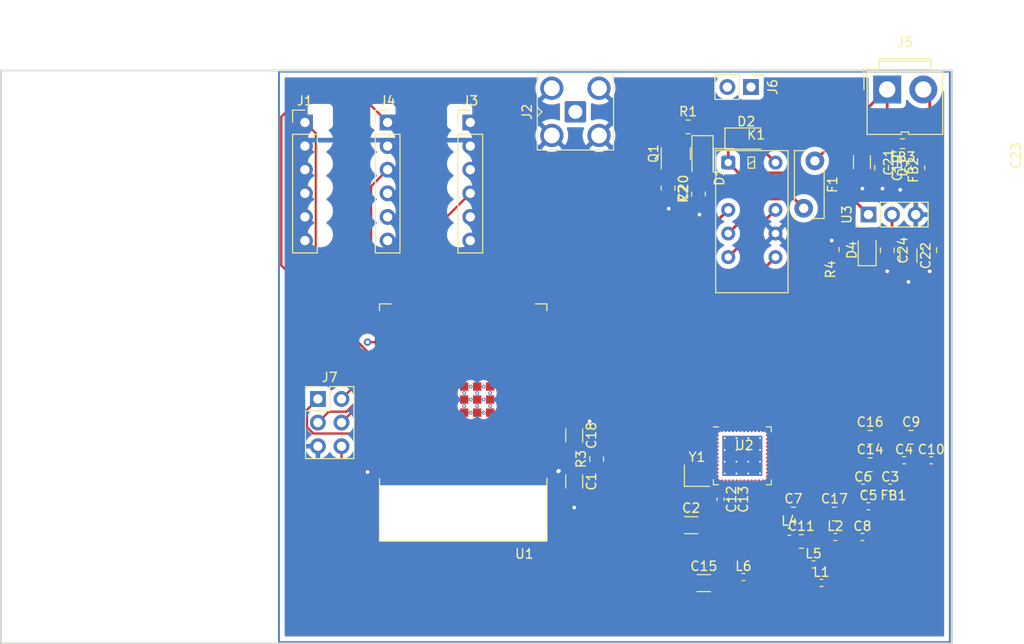
<source format=kicad_pcb>
(kicad_pcb (version 20211014) (generator pcbnew)
  (layers (0 "F.Cu" signal) (1 "In1.Cu" power) (2 "In2.Cu" signal) (31 "B.Cu" power) (34 "B.Paste" user) (35 "F.Paste" user) (36 "B.SilkS" user "B.Silkscreen") (37 "F.SilkS" user "F.Silkscreen") (38 "B.Mask" user) (39 "F.Mask" user) (44 "Edge.Cuts" user))
  (net 0 "")
  (net 1 "GND")
  (net 2 "Net-(C3-Pad1)")
  (net 3 "Net-(C3-Pad2)")
  (net 4 "Net-(C5-Pad1)")
  (net 5 "Net-(C6-Pad1)")
  (net 6 "Net-(C7-Pad1)")
  (net 7 "Net-(C8-Pad1)")
  (net 8 "Net-(C10-Pad1)")
  (net 9 "+3V3")
  (net 10 "Net-(C12-Pad1)")
  (net 11 "Net-(C13-Pad1)")
  (net 12 "VDCDC")
  (net 13 "Net-(C16-Pad1)")
  (net 14 "Net-(C18-Pad2)")
  (net 15 "Net-(C19-Pad1)")
  (net 16 "Net-(C20-Pad1)")
  (net 17 "Net-(D1-Pad1)")
  (net 18 "Net-(D2-Pad2)")
  (net 19 "Net-(D3-Pad1)")
  (net 20 "Net-(D4-Pad1)")
  (net 21 "+24V")
  (net 22 "Net-(F1-Pad2)")
  (net 23 "Net-(L6-Pad1)")
  (net 37 "/ESP32/TCK")
  (net 38 "/ESP32/TDO")
  (net 39 "/ESP32/TDI")
  (net 40 "/ESP32/TMS")
  (net 62 "Net-(U2-Pad11)")
  (net 63 "Net-(U2-Pad12)")
  (net 64 "/EFR32/RADIO_RESET")
  (net 83 "Net-(K1-Pad10)")
  (net 84 "Net-(K1-Pad3)")
  (net 85 "/ESP32/CS1")
  (net 86 "/ESP32/SCLK")
  (net 87 "/ESP32/MOSI")
  (net 88 "/ESP32/MISO")
  (net 89 "/ESP32/CS2")
  (net 90 "/ESP32/CS3")
  (net 91 "ACTUATOR_CNTRL")
  (net 92 "SCL")
  (net 93 "SDA")
  (footprint "Resistor_SMD:R_0402_1005Metric" (layer "F.Cu") (at 104.8236 73.435)
    (fp_text reference "L5")
    (fp_text value "20n")
  )
  (footprint "Resistor_SMD:R_0402_1005Metric" (layer "F.Cu") (at 107.1736 70.485)
    (fp_text reference "L2")
    (fp_text value "20n")
  )
  (footprint "Resistor_SMD:R_0805_2012Metric" (layer "F.Cu") (at 89.1794 32.9692 -90)
    (fp_text reference "C20")
    (fp_text value "33u")
  )
  (footprint "Connector_PinHeader_2.54mm:PinHeader_1x06_P2.54mm_Vertical" (layer "F.Cu") (at 67.9196 25.908)
    (fp_text reference "J3")
    (fp_text value "Conn_01x06_Female")
  )
  (footprint "Resistor_SMD:R_1206_3216Metric" (layer "F.Cu") (at 93.0316 75.44)
    (fp_text reference "C15")
    (fp_text value "10u")
  )
  (footprint "Fuse:Fuse_Bourns_MF-RG300" (layer "F.Cu") (at 104.9686 30.0382 -90)
    (fp_text reference "F1")
    (fp_text value "Fuse")
  )
  (footprint "Capacitor_SMD:C_0805_2012Metric" (layer "F.Cu") (at 81.5086 62.103 90)
    (fp_text reference "R3")
    (fp_text value "10k")
  )
  (footprint "Resistor_SMD:R_0805_2012Metric" (layer "F.Cu") (at 110.9136 62.715)
    (fp_text reference "C14")
    (fp_text value "120p")
  )
  (footprint "Connector_PinHeader_2.54mm:PinHeader_2x03_P2.54mm_Vertical" (layer "F.Cu") (at 51.5316 55.641)
    (fp_text reference "J7")
    (fp_text value "Conn_01x06_Female")
  )
  (footprint "Connector:JWT_A3963_1x02_P3.96mm_Vertical" (layer "F.Cu") (at 112.7481 22.364)
    (fp_text reference "J5")
    (fp_text value "Jack-DC")
  )
  (footprint "Capacitor_SMD:C_0805_2012Metric" (layer "F.Cu") (at 112.7506 39.6494 -90)
    (fp_text reference "C24")
    (fp_text value "100n")
  )
  (footprint "Resistor_SMD:R_0402_1005Metric" (layer "F.Cu") (at 102.2316 69.92)
    (fp_text reference "L4")
    (fp_text value "20n")
  )
  (footprint "Resistor_SMD:R_0402_1005Metric" (layer "F.Cu") (at 105.6736 75.425)
    (fp_text reference "L1")
    (fp_text value "82n")
  )
  (footprint "Resistor_SMD:R_0805_2012Metric" (layer "F.Cu") (at 91.3384 26.3906)
    (fp_text reference "R1")
    (fp_text value "47k")
  )
  (footprint "Capacitor_SMD:C_1206_3216Metric" (layer "F.Cu") (at 115.0366 40.2336 -90)
    (fp_text reference "C22")
    (fp_text value "22u")
  )
  (footprint "Package_TO_SOT_SMD:SOT-23" (layer "F.Cu") (at 90.0176 29.2585 90)
    (fp_text reference "Q1")
    (fp_text value "PN2222A")
  )
  (footprint "Capacitor_SMD:C_0805_2012Metric" (layer "F.Cu") (at 112.1452 30.7848 -90)
    (fp_text reference "C19")
    (fp_text value "1u")
  )
  (footprint "Resistor_SMD:R_0805_2012Metric" (layer "F.Cu") (at 103.5136 70.965)
    (fp_text reference "C11")
    (fp_text value "1u")
  )
  (footprint "Connector_Coaxial:SMA_Amphenol_901-143_Horizontal" (layer "F.Cu") (at 79.2226 24.765)
    (fp_text reference "J2")
    (fp_text value "Conn_Coaxial")
    (fp_line (start 4.3 -4.5) (end -4.3 -4.5) (layer "Edge.Cuts") (width 0.1))
  )
  (footprint "Resistor_SMD:R_0402_1005Metric" (layer "F.Cu") (at 114.5736 62.235)
    (fp_text reference "C4")
    (fp_text value "1p5")
  )
  (footprint "Connector_PinHeader_2.54mm:PinHeader_1x02_P2.54mm_Vertical" (layer "F.Cu") (at 98.0998 22.098 -90)
    (fp_text reference "J6")
    (fp_text value "Conn_01x02_Female")
  )
  (footprint "Resistor_SMD:R_0402_1005Metric" (layer "F.Cu") (at 96.1036 66.425 -90)
    (fp_text reference "C13")
    (fp_text value "1p5")
  )
  (footprint "Relay_THT:Relay_DPDT_Kemet_EC2" (layer "F.Cu") (at 95.6564 30.226)
    (fp_text reference "K1")
    (fp_text value "EC2-3NU")
  )
  (footprint "Resistor_SMD:R_0805_2012Metric" (layer "F.Cu") (at 102.6636 68.015)
    (fp_text reference "C7")
    (fp_text value "100n")
  )
  (footprint "Resistor_SMD:R_0402_1005Metric" (layer "F.Cu") (at 117.4836 62.235)
    (fp_text reference "C10")
    (fp_text value "1p5")
  )
  (footprint "Resistor_SMD:R_0805_2012Metric" (layer "F.Cu") (at 108.3056 39.5732 90)
    (fp_text reference "R4")
    (fp_text value "R")
  )
  (footprint "Capacitor_SMD:C_1206_3216Metric" (layer "F.Cu") (at 79.0956 64.516 -90)
    (fp_text reference "C1")
    (fp_text value "22u")
  )
  (footprint "Resistor_SMD:R_0402_1005Metric" (layer "F.Cu") (at 110.0836 70.485)
    (fp_text reference "C8")
    (fp_text value "1p5")
  )
  (footprint "Crystal:Crystal_SMD_2016-4Pin_2.0x1.6mm" (layer "F.Cu") (at 92.2936 63.885)
    (fp_text reference "Y1")
    (fp_text value "39MHz")
  )
  (footprint "Connector_PinHeader_2.54mm:PinHeader_1x06_P2.54mm_Vertical" (layer "F.Cu") (at 59.0296 25.908)
    (fp_text reference "J4")
    (fp_text value "Conn_01x06_Female")
  )
  (footprint "LED_SMD:LED_0805_2012Metric" (layer "F.Cu") (at 110.5916 39.624 90)
    (fp_text reference "D4")
    (fp_text value "LED")
  )
  (footprint "Connector_PinHeader_2.54mm:PinHeader_1x06_P2.54mm_Vertical" (layer "F.Cu") (at 50.1396 25.908)
    (fp_text reference "J1")
    (fp_text value "Conn_01x06_Female")
  )
  (footprint "Capacitor_SMD:C_1206_3216Metric" (layer "F.Cu") (at 91.6686 69.215)
    (fp_text reference "C2")
    (fp_text value "0.1u")
  )
  (footprint "Diode_SMD:D_1206_3216Metric" (layer "F.Cu") (at 97.5868 27.6352)
    (fp_text reference "D2")
    (fp_text value "1N4148")
  )
  (footprint "Capacitor_SMD:C_1206_3216Metric" (layer "F.Cu") (at 110.0328 30.1752 -90)
    (fp_text reference "C21")
    (fp_text value "10u")
  )
  (footprint "Resistor_SMD:R_0402_1005Metric" (layer "F.Cu") (at 110.1636 65.185)
    (fp_text reference "C6")
    (fp_text value "1p5")
  )
  (footprint "Diode_SMD:D_1206_3216Metric" (layer "F.Cu") (at 92.8878 29.6164 -90)
    (fp_text reference "D1")
    (fp_text value "1N4148")
  )
  (footprint "Resistor_SMD:R_0603_1608Metric" (layer "F.Cu") (at 114.4016 28.194 180)
    (fp_text reference "FB3")
    (fp_text value "FerriteBead")
  )
  (footprint "ESP32-S3-footprint:XCVR_ESP32-S3-WROOM-1-N16R2" (layer "F.Cu") (at 67.1576 58.166 180)
    (fp_text reference "U1")
    (fp_text value "ESP32")
  )
  (footprint "Capacitor_SMD:C_1206_3216Metric" (layer "F.Cu") (at 79.0956 59.563 -90)
    (fp_text reference "C18")
    (fp_text value "100n")
  )
  (footprint "Connector_PinHeader_2.54mm:PinHeader_1x03_P2.54mm_Vertical" (layer "F.Cu") (at 110.7336 35.814 90)
    (fp_text reference "U3")
    (fp_text value "P78E05_1000")
  )
  (footprint "Resistor_SMD:R_0805_2012Metric" (layer "F.Cu") (at 115.3236 59.765)
    (fp_text reference "C9")
    (fp_text value "120p")
  )
  (footprint "Resistor_SMD:R_0402_1005Metric" (layer "F.Cu") (at 94.8336 66.425 -90)
    (fp_text reference "C12")
    (fp_text value "1p5")
  )
  (footprint "Resistor_SMD:R_0805_2012Metric" (layer "F.Cu") (at 110.9136 59.765)
    (fp_text reference "C16")
    (fp_text value "1u")
  )
  (footprint "Resistor_SMD:R_0402_1005Metric" (layer "F.Cu") (at 97.2916 74.79)
    (fp_text reference "L6")
    (fp_text value "2u2")
  )
  (footprint "Resistor_SMD:R_0805_2012Metric" (layer "F.Cu") (at 116.0526 30.7848 90)
    (fp_text reference "D3")
    (fp_text value "D_TVS")
  )
  (footprint "Resistor_SMD:R_0805_2012Metric" (layer "F.Cu") (at 107.0736 68.015)
    (fp_text reference "C17")
    (fp_text value "4u7")
  )
  (footprint "Resistor_SMD:R_0402_1005Metric" (layer "F.Cu") (at 110.7336 67.175)
    (fp_text reference "C5")
    (fp_text value "1u")
  )
  (footprint "EFR32:EFR32FG23A020F512GM48-B" (layer "F.Cu") (at 97.3836 61.12)
    (fp_text reference "U2")
    (fp_text value "EFR32FG23A020F512GM48-B_")
  )
  (footprint "Resistor_SMD:R_0603_1608Metric" (layer "F.Cu") (at 114.1222 31.0134 -90)
    (fp_text reference "FB2")
    (fp_text value "FerriteBead")
  )
  (footprint "Resistor_SMD:R_0805_2012Metric" (layer "F.Cu") (at 92.456 33.6042 90)
    (fp_text reference "R2")
    (fp_text value "820k")
  )
  (footprint "Capacitor_SMD:C_0805_2012Metric" (layer "F.Cu") (at 117.3226 39.624 -90)
    (fp_text reference "C23")
    (fp_text value "1u")
  )
  (footprint "Resistor_SMD:R_0402_1005Metric" (layer "F.Cu") (at 113.0736 65.185)
    (fp_text reference "C3")
    (fp_text value "220p")
  )
  (footprint "Resistor_SMD:R_0201_0603Metric" (layer "F.Cu") (at 113.4136 67.055)
    (fp_text reference "FB1")
    (fp_text value "BLM18Ag102sn1")
  )
  (gr_rect (start 47.3456 20.447) (end 119.4816 81.788) (layer "B.Cu") (width 0.2) (fill none))
  (gr_rect (start 17.45 20.32) (end 119.71 81.92) (layer "Edge.Cuts") (width 0.2) (fill none))
  (segment (start 92.5576 35.814) (end 92.5576 34.6183) (width 0.3) (layer "F.Cu") (net 1))
  (segment (start 106.7816 38.608) (end 108.2529 38.608) (width 0.3) (layer "F.Cu") (net 1))
  (segment (start 92.5576 34.6183) (end 92.456 34.5167) (width 0.3) (layer "F.Cu") (net 1))
  (segment (start 114.0186 31.7348) (end 114.1222 31.8384) (width 0.3) (layer "F.Cu") (net 1))
  (segment (start 80.6976 58.088) (end 80.7466 58.039) (width 0.25) (layer "F.Cu") (net 1))
  (segment (start 117.3226 41.91) (end 117.3226 40.574) (width 0.3) (layer "F.Cu") (net 1))
  (segment (start 112.1452 32.9226) (end 112.2426 33.02) (width 0.3) (layer "F.Cu") (net 1))
  (segment (start 110.0328 31.6502) (end 112.0606 31.6502) (width 0.3) (layer "F.Cu") (net 1))
  (segment (start 113.9274 40.5994) (end 115.0366 41.7086) (width 0.3) (layer "F.Cu") (net 1))
  (segment (start 110.0836 31.701) (end 110.0328 31.6502) (width 0.3) (layer "F.Cu") (net 1))
  (segment (start 112.1452 31.7348) (end 114.0186 31.7348) (width 0.3) (layer "F.Cu") (net 1))
  (segment (start 112.0606 31.6502) (end 112.1452 31.7348) (width 0.3) (layer "F.Cu") (net 1))
  (segment (start 115.0366 43.053) (end 115.0366 41.7086) (width 0.3) (layer "F.Cu") (net 1))
  (segment (start 56.8706 63.5) (end 58.3336 63.5) (width 0.25) (layer "F.Cu") (net 1))
  (segment (start 114.1476 33.147) (end 114.1476 31.8638) (width 0.3) (layer "F.Cu") (net 1))
  (segment (start 79.0956 67.318868) (end 79.0956 65.991) (width 0.25) (layer "F.Cu") (net 1))
  (segment (start 112.7506 40.5994) (end 112.7506 41.91) (width 0.3) (layer "F.Cu") (net 1))
  (segment (start 79.0956 58.088) (end 80.6976 58.088) (width 0.25) (layer "F.Cu") (net 1))
  (segment (start 110.0836 33.02) (end 110.0836 31.701) (width 0.3) (layer "F.Cu") (net 1))
  (segment (start 89.2556 35.179) (end 89.2556 33.9579) (width 0.3) (layer "F.Cu") (net 1))
  (segment (start 89.2556 33.9579) (end 89.1794 33.8817) (width 0.3) (layer "F.Cu") (net 1))
  (segment (start 114.1476 31.8638) (end 114.1222 31.8384) (width 0.3) (layer "F.Cu") (net 1))
  (segment (start 116.188 41.7086) (end 117.3226 40.574) (width 0.3) (layer "F.Cu") (net 1))
  (segment (start 112.1452 31.7348) (end 112.1452 32.9226) (width 0.3) (layer "F.Cu") (net 1))
  (segment (start 58.3336 63.5) (end 58.4076 63.426) (width 0.25) (layer "F.Cu") (net 1))
  (segment (start 75.9606 63.373) (end 75.9076 63.426) (width 0.25) (layer "F.Cu") (net 1))
  (segment (start 112.7506 40.5994) (end 113.9274 40.5994) (width 0.3) (layer "F.Cu") (net 1))
  (segment (start 108.2529 38.608) (end 108.3056 38.6607) (width 0.3) (layer "F.Cu") (net 1))
  (segment (start 115.0366 41.7086) (end 116.188 41.7086) (width 0.3) (layer "F.Cu") (net 1))
  (segment (start 77.4446 63.373) (end 75.9606 63.373) (width 0.25) (layer "F.Cu") (net 1))
  (via (at 117.3226 41.91) (size 0.8) (drill 0.4) (layers "F.Cu" "B.Cu") (net 1))
  (via (at 110.0836 33.02) (size 0.8) (drill 0.4) (layers "F.Cu" "B.Cu") (net 1))
  (via (at 115.0366 43.053) (size 0.8) (drill 0.4) (layers "F.Cu" "B.Cu") (net 1))
  (via (at 80.7466 58.039) (size 0.8) (drill 0.4) (layers "F.Cu" "B.Cu") (net 1))
  (via (at 112.2426 33.02) (size 0.8) (drill 0.4) (layers "F.Cu" "B.Cu") (net 1))
  (via (at 89.2556 35.179) (size 0.8) (drill 0.4) (layers "F.Cu" "B.Cu") (net 1))
  (via (at 56.8706 63.5) (size 0.8) (drill 0.4) (layers "F.Cu" "B.Cu") (net 1))
  (via (at 79.0956 67.318868) (size 0.8) (drill 0.4) (layers "F.Cu" "B.Cu") (net 1))
  (via (at 77.4446 63.373) (size 0.8) (drill 0.4) (layers "F.Cu" "B.Cu") (net 1))
  (via (at 106.7816 38.608) (size 0.8) (drill 0.4) (layers "F.Cu" "B.Cu") (net 1))
  (via (at 92.5576 35.814) (size 0.8) (drill 0.4) (layers "F.Cu" "B.Cu") (net 1))
  (via (at 114.1476 33.147) (size 0.8) (drill 0.4) (layers "F.Cu" "B.Cu") (net 1))
  (via (at 112.7506 41.91) (size 0.8) (drill 0.4) (layers "F.Cu" "B.Cu") (net 1))
  (segment (start 112.7377 38.6865) (end 112.7506 38.6994) (width 0.3) (layer "F.Cu") (net 9))
  (segment (start 114.9774 38.6994) (end 115.0366 38.7586) (width 0.3) (layer "F.Cu") (net 9))
  (segment (start 54.0716 61.971) (end 54.0716 60.721) (width 0.25) (layer "F.Cu") (net 9))
  (segment (start 117.238 38.7586) (end 117.3226 38.674) (width 0.3) (layer "F.Cu") (net 9))
  (segment (start 79.1076 63.053) (end 79.0956 63.041) (width 0.25) (layer "F.Cu") (net 9))
  (segment (start 112.7506 38.6994) (end 113.2736 38.1764) (width 0.3) (layer "F.Cu") (net 9))
  (segment (start 56.3256 64.225) (end 54.0716 61.971) (width 0.25) (layer "F.Cu") (net 9))
  (segment (start 115.0366 38.7586) (end 117.238 38.7586) (width 0.3) (layer "F.Cu") (net 9))
  (segment (start 113.2736 38.1764) (end 113.2736 35.814) (width 0.3) (layer "F.Cu") (net 9))
  (segment (start 114.791 38.674) (end 114.7064 38.7586) (width 0.3) (layer "F.Cu") (net 9))
  (segment (start 103.2311 31.326) (end 110.5916 38.6865) (width 0.3) (layer "F.Cu") (net 9))
  (segment (start 81.5086 63.053) (end 79.1076 63.053) (width 0.25) (layer "F.Cu") (net 9))
  (segment (start 112.5599 38.6865) (end 112.5728 38.6994) (width 0.3) (layer "F.Cu") (net 9))
  (segment (start 96.7564 31.326) (end 103.2311 31.326) (width 0.3) (layer "F.Cu") (net 9))
  (segment (start 95.6564 28.1656) (end 96.1868 27.6352) (width 0.3) (layer "F.Cu") (net 9))
  (segment (start 62.6596 62.156) (end 60.5906 64.225) (width 0.25) (layer "F.Cu") (net 9))
  (segment (start 95.6564 30.226) (end 95.6564 28.1656) (width 0.3) (layer "F.Cu") (net 9))
  (segment (start 79.0956 63.041) (end 78.2106 62.156) (width 0.25) (layer "F.Cu") (net 9))
  (segment (start 95.6564 30.226) (end 96.7564 31.326) (width 0.3) (layer "F.Cu") (net 9))
  (segment (start 112.632 38.7586) (end 112.5728 38.6994) (width 0.3) (layer "F.Cu") (net 9))
  (segment (start 60.5906 64.225) (end 56.3256 64.225) (width 0.25) (layer "F.Cu") (net 9))
  (segment (start 78.2106 62.156) (end 75.9076 62.156) (width 0.25) (layer "F.Cu") (net 9))
  (segment (start 75.9076 62.156) (end 62.6596 62.156) (width 0.25) (layer "F.Cu") (net 9))
  (segment (start 110.5916 38.6865) (end 112.7377 38.6865) (width 0.3) (layer "F.Cu") (net 9))
  (segment (start 112.7506 38.6994) (end 114.9774 38.6994) (width 0.3) (layer "F.Cu") (net 9))
  (segment (start 78.9436 60.886) (end 75.9076 60.886) (width 0.25) (layer "F.Cu") (net 14))
  (segment (start 81.5086 61.153) (end 79.2106 61.153) (width 0.25) (layer "F.Cu") (net 14))
  (segment (start 79.2106 61.153) (end 79.0956 61.038) (width 0.25) (layer "F.Cu") (net 14))
  (segment (start 79.0956 61.038) (end 78.9436 60.886) (width 0.25) (layer "F.Cu") (net 14))
  (segment (start 108.7828 33.8632) (end 108.7828 29.9502) (width 0.3) (layer "F.Cu") (net 15))
  (segment (start 112.1452 29.8348) (end 112.1452 29.6254) (width 0.3) (layer "F.Cu") (net 15))
  (segment (start 110.7336 35.814) (end 108.7828 33.8632) (width 0.3) (layer "F.Cu") (net 15))
  (segment (start 108.7828 29.9502) (end 110.0328 28.7002) (width 0.3) (layer "F.Cu") (net 15))
  (segment (start 111.0106 28.7002) (end 112.1452 29.8348) (width 0.3) (layer "F.Cu") (net 15))
  (segment (start 112.1452 29.6254) (end 113.5766 28.194) (width 0.3) (layer "F.Cu") (net 15))
  (segment (start 110.0328 28.7002) (end 111.0106 28.7002) (width 0.3) (layer "F.Cu") (net 15))
  (segment (start 89.0676 31.9449) (end 89.0676 30.196) (width 0.3) (layer "F.Cu") (net 16))
  (segment (start 89.1794 32.0567) (end 89.0676 31.9449) (width 0.3) (layer "F.Cu") (net 16))
  (segment (start 92.456 31.4482) (end 92.8878 31.0164) (width 0.3) (layer "F.Cu") (net 16))
  (segment (start 91.821 32.0567) (end 92.456 32.6917) (width 0.3) (layer "F.Cu") (net 16))
  (segment (start 89.1794 32.0567) (end 91.821 32.0567) (width 0.3) (layer "F.Cu") (net 16))
  (segment (start 92.456 32.6917) (end 92.456 31.4482) (width 0.3) (layer "F.Cu") (net 16))
  (segment (start 92.2509 27.5795) (end 92.8878 28.2164) (width 0.3) (layer "F.Cu") (net 17))
  (segment (start 92.2509 26.3906) (end 92.2509 27.5795) (width 0.3) (layer "F.Cu") (net 17))
  (segment (start 90.9676 30.196) (end 90.9676 30.1366) (width 0.3) (layer "F.Cu") (net 17))
  (segment (start 90.9676 30.1366) (end 92.8878 28.2164) (width 0.3) (layer "F.Cu") (net 17))
  (segment (start 89.3064 25.8572) (end 89.823 25.3406) (width 0.3) (layer "F.Cu") (net 18))
  (segment (start 90.0176 28.321) (end 89.3064 27.6098) (width 0.3) (layer "F.Cu") (net 18))
  (segment (start 98.9868 27.6352) (end 98.9868 28.4764) (width 0.3) (layer "F.Cu") (net 18))
  (segment (start 89.3064 27.6098) (end 89.3064 25.8572) (width 0.3) (layer "F.Cu") (net 18))
  (segment (start 98.9868 28.4764) (end 100.7364 30.226) (width 0.3) (layer "F.Cu") (net 18))
  (segment (start 96.6922 25.3406) (end 98.9868 27.6352) (width 0.3) (layer "F.Cu") (net 18))
  (segment (start 89.823 25.3406) (end 96.6922 25.3406) (width 0.3) (layer "F.Cu") (net 18))
  (segment (start 116.6281 22.364) (end 117.3226 23.0585) (width 0.25) (layer "F.Cu") (net 19))
  (segment (start 116.2323 31.877) (end 116.0526 31.6973) (width 0.3) (layer "F.Cu") (net 19))
  (segment (start 114.5437 30.1884) (end 116.0526 31.6973) (width 0.3) (layer "F.Cu") (net 19))
  (segment (start 117.3226 23.5966) (end 117.3226 30.4273) (width 0.3) (layer "F.Cu") (net 19))
  (segment (start 117.3226 30.4273) (end 116.0526 31.6973) (width 0.3) (layer "F.Cu") (net 19))
  (segment (start 117.3226 23.0585) (end 117.3226 23.5966) (width 0.25) (layer "F.Cu") (net 19))
  (segment (start 114.1222 30.1884) (end 114.5437 30.1884) (width 0.3) (layer "F.Cu") (net 19))
  (segment (start 110.5158 40.4857) (end 110.5916 40.5615) (width 0.3) (layer "F.Cu") (net 20))
  (segment (start 108.3056 40.4857) (end 110.5158 40.4857) (width 0.3) (layer "F.Cu") (net 20))
  (segment (start 110.6174 40.5365) (end 110.6424 40.5615) (width 0.3) (layer "F.Cu") (net 20))
  (segment (start 115.2266 28.194) (end 115.2266 29.0463) (width 0.3) (layer "F.Cu") (net 21))
  (segment (start 112.7481 25.7155) (end 112.7481 22.364) (width 0.3) (layer "F.Cu") (net 21))
  (segment (start 115.2266 28.194) (end 112.7481 25.7155) (width 0.3) (layer "F.Cu") (net 21))
  (segment (start 104.9686 30.0382) (end 112.6236 22.3832) (width 0.3) (layer "F.Cu") (net 21))
  (segment (start 115.2266 29.0463) (end 116.0526 29.8723) (width 0.3) (layer "F.Cu") (net 21))
  (segment (start 99.3692 34.1332) (end 95.6564 37.846) (width 0.3) (layer "F.Cu") (net 22))
  (segment (start 103.7686 35.1382) (end 102.7636 34.1332) (width 0.3) (layer "F.Cu") (net 22))
  (segment (start 102.7636 34.1332) (end 99.3692 34.1332) (width 0.3) (layer "F.Cu") (net 22))
  (segment (start 54.0716 55.641) (end 56.4466 53.266) (width 0.25) (layer "F.Cu") (net 37))
  (segment (start 56.4466 53.266) (end 58.4076 53.266) (width 0.25) (layer "F.Cu") (net 37))
  (segment (start 54.610204 57.006) (end 57.080204 54.536) (width 0.25) (layer "F.Cu") (net 38))
  (segment (start 51.5316 58.181) (end 52.7066 57.006) (width 0.25) (layer "F.Cu") (net 38))
  (segment (start 57.080204 54.536) (end 58.4076 54.536) (width 0.25) (layer "F.Cu") (net 38))
  (segment (start 52.7066 57.006) (end 54.610204 57.006) (width 0.25) (layer "F.Cu") (net 38))
  (segment (start 56.4466 55.806) (end 58.4076 55.806) (width 0.25) (layer "F.Cu") (net 39))
  (segment (start 54.0716 58.181) (end 56.4466 55.806) (width 0.25) (layer "F.Cu") (net 39))
  (segment (start 51.5316 55.641) (end 50.3566 56.816) (width 0.25) (layer "F.Cu") (net 40))
  (segment (start 51.044899 59.356) (end 55.5476 59.356) (width 0.25) (layer "F.Cu") (net 40))
  (segment (start 50.3566 56.816) (end 50.3566 58.667701) (width 0.25) (layer "F.Cu") (net 40))
  (segment (start 57.8276 57.076) (end 58.4076 57.076) (width 0.25) (layer "F.Cu") (net 40))
  (segment (start 50.3566 58.667701) (end 51.044899 59.356) (width 0.25) (layer "F.Cu") (net 40))
  (segment (start 55.5476 59.356) (end 57.8276 57.076) (width 0.25) (layer "F.Cu") (net 40))
  (segment (start 95.6564 40.386) (end 100.7364 35.306) (width 0.3) (layer "F.Cu") (net 83))
  (segment (start 99.1108 42.0116) (end 100.7364 40.386) (width 0.3) (layer "F.Cu") (net 84))
  (segment (start 94.1832 36.7792) (end 94.1832 41.232112) (width 0.3) (layer "F.Cu") (net 84))
  (segment (start 94.962688 42.0116) (end 99.1108 42.0116) (width 0.3) (layer "F.Cu") (net 84))
  (segment (start 94.1832 41.232112) (end 94.962688 42.0116) (width 0.3) (layer "F.Cu") (net 84))
  (segment (start 95.6564 35.306) (end 94.1832 36.7792) (width 0.3) (layer "F.Cu") (net 84))
  (segment (start 51.3146 27.083) (end 50.1396 25.908) (width 0.25) (layer "F.Cu") (net 85))
  (segment (start 57.8276 48.186) (end 51.3146 41.673) (width 0.25) (layer "F.Cu") (net 85))
  (segment (start 51.3146 41.673) (end 51.3146 27.083) (width 0.25) (layer "F.Cu") (net 85))
  (segment (start 58.4076 48.186) (end 57.8276 48.186) (width 0.25) (layer "F.Cu") (net 85))
  (segment (start 57.2516 32.766) (end 57.2516 42.745) (width 0.25) (layer "F.Cu") (net 86))
  (segment (start 59.0296 30.988) (end 57.2516 32.766) (width 0.25) (layer "F.Cu") (net 86))
  (segment (start 57.2516 42.745) (end 60.1726 45.666) (width 0.25) (layer "F.Cu") (net 86))
  (segment (start 62.7126 38.735) (end 67.9196 33.528) (width 0.25) (layer "F.Cu") (net 87))
  (segment (start 62.7126 45.666) (end 62.7126 38.735) (width 0.25) (layer "F.Cu") (net 87))
  (segment (start 61.4426 45.666) (end 61.4426 38.481) (width 0.25) (layer "F.Cu") (net 88))
  (segment (start 61.4426 38.481) (end 59.0296 36.068) (width 0.25) (layer "F.Cu") (net 88))
  (segment (start 58.3336 49.53) (end 58.4076 49.456) (width 0.25) (layer "F.Cu") (net 89))
  (segment (start 56.8706 49.53) (end 58.3336 49.53) (width 0.25) (layer "F.Cu") (net 89))
  (via (at 56.8706 49.53) (size 0.8) (drill 0.4) (layers "F.Cu" "B.Cu") (net 89))
  (segment (start 59.055 25.908) (end 56.8198 23.6728) (width 0.25) (layer "F.Cu") (net 90))
  (segment (start 47.5996 41.284305) (end 57.041295 50.726) (width 0.25) (layer "F.Cu") (net 90))
  (segment (start 47.5996 25.2984) (end 47.5996 41.284305) (width 0.25) (layer "F.Cu") (net 90))
  (segment (start 56.8198 23.6728) (end 49.2252 23.6728) (width 0.25) (layer "F.Cu") (net 90))
  (segment (start 49.2252 23.6728) (end 47.5996 25.2984) (width 0.25) (layer "F.Cu") (net 90))
  (segment (start 57.041295 50.726) (end 58.433 50.726) (width 0.25) (layer "F.Cu") (net 90))
  (segment (start 100.9396 59.405315) (end 100.9396 63.373) (width 0.3) (layer "F.Cu") (net 93))
  (segment (start 100.9396 63.373) (end 100.7576 63.555) (width 0.3) (layer "F.Cu") (net 93))
  (segment (start 100.1236 63.555) (end 100.7576 63.555) (width 0.15) (layer "F.Cu") (net 93))
  (zone (net 1) (net_name "GND") (layer "B.Cu") (connect_pads thru_hole_only (clearance 0.508)) (min_thickness 0.254) (fill yes (thermal_gap 0.508) (thermal_bridge_width 0.508))
    (polygon (pts (xy 47.3456 20.447) (xy 119.4816 20.447) (xy 119.4816 81.788) (xy 47.3456 81.788)))
  )
)
</source>
